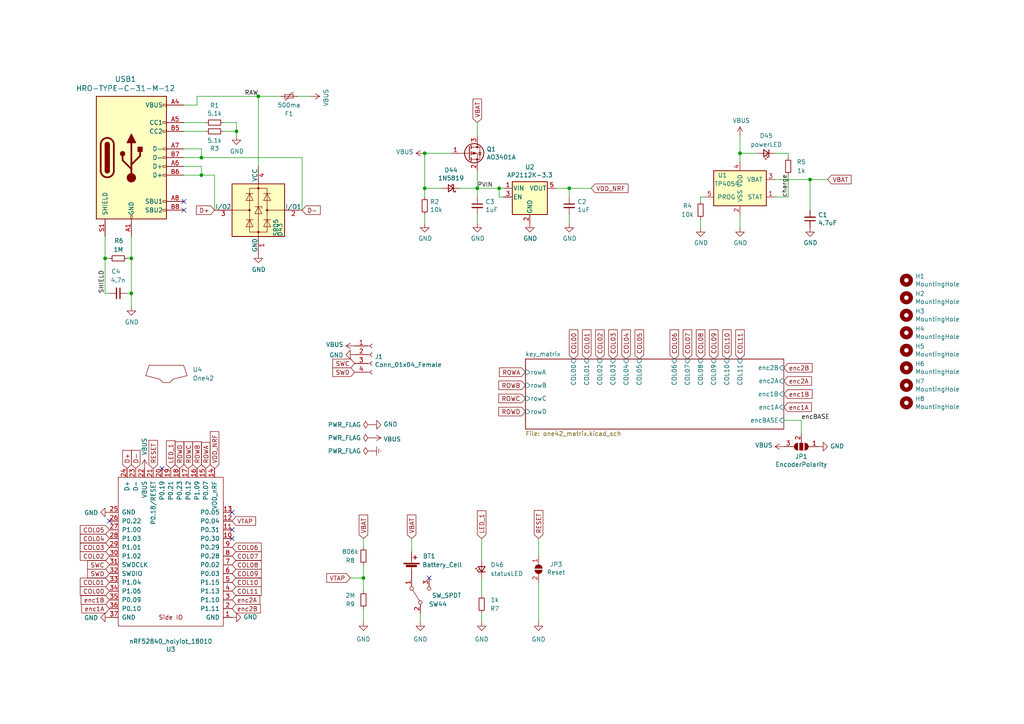
<source format=kicad_sch>
(kicad_sch (version 20210621) (generator eeschema)
  (paper "A4")
  (lib_symbols
    (symbol "Battery_Management:MCP73831-3-OT" (pin_names (offset 1.016))
      (property "Reference" "U" (at -7.62 6.35 0))
      (property "Value" "Battery_Management_MCP73831-3-OT" (at 1.27 6.35 0))
      (symbol "MCP73831-3-OT_1_1"
        (pin output line (at 10.16 -2.54 180) (length 2.54) (name "STAT") (number "1"))
        (pin power_in line (at 0 -7.62 90) (length 2.54) (name "VSS") (number "2"))
        (pin power_out line (at 10.16 2.54 180) (length 2.54) (name "VBAT") (number "3"))
        (pin power_in line (at 0 7.62 270) (length 2.54) (name "VDD") (number "4"))
        (pin input line (at -10.16 -2.54 0) (length 2.54) (name "PROG") (number "5"))
      )
    )
    (symbol "Connector:Conn_01x04_Female" (pin_names (offset 1.016) hide)
      (property "Reference" "J" (at 0 5.08 0))
      (property "Value" "Connector_Conn_01x04_Female" (at 0 -7.62 0))
      (symbol "Conn_01x04_Female_1_1"
        (pin passive line (at -5.08 2.54 0) (length 3.81) (name "Pin_1") (number "1"))
        (pin passive line (at -5.08 0 0) (length 3.81) (name "Pin_2") (number "2"))
        (pin passive line (at -5.08 -2.54 0) (length 3.81) (name "Pin_3") (number "3"))
        (pin passive line (at -5.08 -5.08 0) (length 3.81) (name "Pin_4") (number "4"))
      )
    )
    (symbol "Connector:USB_C_Receptacle_USB2.0" (pin_names (offset 1.016))
      (property "Reference" "J" (at -10.16 19.05 0))
      (property "Value" "USB_C_Receptacle_USB2.0" (at 19.05 19.05 0))
      (symbol "USB_C_Receptacle_USB2.0_1_1"
        (pin passive line (at 0 -22.86 90) (length 5.08) (name "GND") (number "A1"))
        (pin passive line (at 0 -22.86 90) (length 5.08) hide (name "GND") (number "A12"))
        (pin passive line (at 15.24 15.24 180) (length 5.08) (name "VBUS") (number "A4"))
        (pin bidirectional line (at 15.24 10.16 180) (length 5.08) (name "CC1") (number "A5"))
        (pin bidirectional line (at 15.24 -2.54 180) (length 5.08) (name "D+") (number "A6"))
        (pin bidirectional line (at 15.24 2.54 180) (length 5.08) (name "D-") (number "A7"))
        (pin bidirectional line (at 15.24 -12.7 180) (length 5.08) (name "SBU1") (number "A8"))
        (pin passive line (at 15.24 15.24 180) (length 5.08) hide (name "VBUS") (number "A9"))
        (pin passive line (at 0 -22.86 90) (length 5.08) hide (name "GND") (number "B1"))
        (pin passive line (at 0 -22.86 90) (length 5.08) hide (name "GND") (number "B12"))
        (pin passive line (at 15.24 15.24 180) (length 5.08) hide (name "VBUS") (number "B4"))
        (pin bidirectional line (at 15.24 7.62 180) (length 5.08) (name "CC2") (number "B5"))
        (pin bidirectional line (at 15.24 -5.08 180) (length 5.08) (name "D+") (number "B6"))
        (pin bidirectional line (at 15.24 0 180) (length 5.08) (name "D-") (number "B7"))
        (pin bidirectional line (at 15.24 -15.24 180) (length 5.08) (name "SBU2") (number "B8"))
        (pin passive line (at 15.24 15.24 180) (length 5.08) hide (name "VBUS") (number "B9"))
        (pin passive line (at -7.62 -22.86 90) (length 5.08) (name "SHIELD") (number "S1"))
      )
    )
    (symbol "Device:Battery_Cell" (pin_numbers hide) (pin_names (offset 0) hide)
      (property "Reference" "BT" (at 2.54 2.54 0))
      (property "Value" "Device_Battery_Cell" (at 2.54 0 0))
      (symbol "Battery_Cell_1_1"
        (pin passive line (at 0 5.08 270) (length 2.54) (name "+") (number "1"))
        (pin passive line (at 0 -2.54 90) (length 2.54) (name "-") (number "2"))
      )
    )
    (symbol "Device:C_Small" (pin_numbers hide) (pin_names (offset 0.254) hide)
      (property "Reference" "C" (at 0.254 1.778 0))
      (property "Value" "Device_C_Small" (at 0.254 -2.032 0))
      (symbol "C_Small_1_1"
        (pin passive line (at 0 2.54 270) (length 2.032) (name "~") (number "1"))
        (pin passive line (at 0 -2.54 90) (length 2.032) (name "~") (number "2"))
      )
    )
    (symbol "Device:D_Schottky_Small" (pin_numbers hide) (pin_names (offset 0.254) hide)
      (property "Reference" "D" (at -1.27 2.032 0))
      (property "Value" "Device_D_Schottky_Small" (at -7.112 -2.032 0))
      (symbol "D_Schottky_Small_1_1"
        (pin passive line (at -2.54 0 0) (length 1.778) (name "K") (number "1"))
        (pin passive line (at 2.54 0 180) (length 1.778) (name "A") (number "2"))
      )
    )
    (symbol "Device:LED_Small" (pin_numbers hide) (pin_names (offset 0.254) hide)
      (property "Reference" "D" (at -1.27 3.175 0))
      (property "Value" "Device_LED_Small" (at -4.445 -2.54 0))
      (symbol "LED_Small_1_1"
        (pin passive line (at -2.54 0 0) (length 1.778) (name "K") (number "1"))
        (pin passive line (at 2.54 0 180) (length 1.778) (name "A") (number "2"))
      )
    )
    (symbol "Device:Polyfuse_Small" (pin_numbers hide) (pin_names (offset 0))
      (property "Reference" "F" (at -1.905 0 90))
      (property "Value" "Device_Polyfuse_Small" (at 1.905 0 90))
      (symbol "Polyfuse_Small_1_1"
        (pin passive line (at 0 2.54 270) (length 0.635) (name "~") (number "1"))
        (pin passive line (at 0 -2.54 90) (length 0.635) (name "~") (number "2"))
      )
    )
    (symbol "Device:R_Small" (pin_numbers hide) (pin_names (offset 0.254) hide)
      (property "Reference" "R" (at 0.762 0.508 0))
      (property "Value" "R_Small" (at 0.762 -1.016 0))
      (symbol "R_Small_1_1"
        (pin passive line (at 0 2.54 270) (length 0.762) (name "~") (number "1"))
        (pin passive line (at 0 -2.54 90) (length 0.762) (name "~") (number "2"))
      )
    )
    (symbol "Jumper:SolderJumper_2_Open" (pin_names (offset 0) hide)
      (property "Reference" "JP" (at 0 2.032 0))
      (property "Value" "Jumper_SolderJumper_2_Open" (at 0 -2.54 0))
      (symbol "SolderJumper_2_Open_1_1"
        (pin passive line (at -3.81 0 0) (length 2.54) (name "A") (number "1"))
        (pin passive line (at 3.81 0 180) (length 2.54) (name "B") (number "2"))
      )
    )
    (symbol "Jumper:SolderJumper_3_Open" (pin_names (offset 0) hide)
      (property "Reference" "JP" (at -2.54 -2.54 0))
      (property "Value" "Jumper_SolderJumper_3_Open" (at 0 2.794 0))
      (symbol "SolderJumper_3_Open_1_1"
        (pin passive line (at -5.08 0 0) (length 2.54) (name "A") (number "1"))
        (pin input line (at 0 -3.81 90) (length 2.54) (name "C") (number "2"))
        (pin passive line (at 5.08 0 180) (length 2.54) (name "B") (number "3"))
      )
    )
    (symbol "Mechanical:MountingHole" (pin_names (offset 1.016))
      (property "Reference" "H" (at 0 5.08 0))
      (property "Value" "Mechanical_MountingHole" (at 0 3.175 0))
    )
    (symbol "Power_Protection:PRTR5V0U2X" (pin_names (offset 0))
      (property "Reference" "D" (at 2.794 8.636 0))
      (property "Value" "Power_Protection_PRTR5V0U2X" (at 8.128 -9.398 0))
      (symbol "PRTR5V0U2X_1_1"
        (pin passive line (at 0 -12.7 90) (length 5.08) (name "GND") (number "1"))
        (pin passive line (at -12.7 0 0) (length 5.08) (name "I/O1") (number "2"))
        (pin passive line (at 12.7 0 180) (length 5.08) (name "I/O2") (number "3"))
        (pin passive line (at 0 12.7 270) (length 5.08) (name "VCC") (number "4"))
      )
    )
    (symbol "R_Small_1" (pin_numbers hide) (pin_names (offset 0.254) hide)
      (property "Reference" "R" (at 0.762 0.508 0))
      (property "Value" "R_Small_1" (at 0.762 -1.016 0))
      (symbol "R_Small_1_1_1"
        (pin passive line (at 0 2.54 270) (length 0.762) (name "~") (number "1"))
        (pin passive line (at 0 -2.54 90) (length 0.762) (name "~") (number "2"))
      )
    )
    (symbol "R_Small_2" (pin_numbers hide) (pin_names (offset 0.254) hide)
      (property "Reference" "R" (at 0.762 0.508 0))
      (property "Value" "R_Small_2" (at 0.762 -1.016 0))
      (symbol "R_Small_2_1_1"
        (pin passive line (at 0 2.54 270) (length 0.762) (name "~") (number "1"))
        (pin passive line (at 0 -2.54 90) (length 0.762) (name "~") (number "2"))
      )
    )
    (symbol "R_Small_3" (pin_numbers hide) (pin_names (offset 0.254) hide)
      (property "Reference" "R" (at 0.762 0.508 0))
      (property "Value" "R_Small_3" (at 0.762 -1.016 0))
      (symbol "R_Small_3_1_1"
        (pin passive line (at 0 2.54 270) (length 0.762) (name "~") (number "1"))
        (pin passive line (at 0 -2.54 90) (length 0.762) (name "~") (number "2"))
      )
    )
    (symbol "R_Small_4" (pin_numbers hide) (pin_names (offset 0.254) hide)
      (property "Reference" "R" (at 0.762 0.508 0))
      (property "Value" "R_Small_4" (at 0.762 -1.016 0))
      (symbol "R_Small_4_1_1"
        (pin passive line (at 0 2.54 270) (length 0.762) (name "~") (number "1"))
        (pin passive line (at 0 -2.54 90) (length 0.762) (name "~") (number "2"))
      )
    )
    (symbol "R_Small_5" (pin_numbers hide) (pin_names (offset 0.254) hide)
      (property "Reference" "R" (at 0.762 0.508 0))
      (property "Value" "R_Small_5" (at 0.762 -1.016 0))
      (symbol "R_Small_5_1_1"
        (pin passive line (at 0 2.54 270) (length 0.762) (name "~") (number "1"))
        (pin passive line (at 0 -2.54 90) (length 0.762) (name "~") (number "2"))
      )
    )
    (symbol "R_Small_6" (pin_numbers hide) (pin_names (offset 0.254) hide)
      (property "Reference" "R" (at 0.762 0.508 0))
      (property "Value" "R_Small_6" (at 0.762 -1.016 0))
      (symbol "R_Small_6_1_1"
        (pin passive line (at 0 2.54 270) (length 0.762) (name "~") (number "1"))
        (pin passive line (at 0 -2.54 90) (length 0.762) (name "~") (number "2"))
      )
    )
    (symbol "R_Small_7" (pin_numbers hide) (pin_names (offset 0.254) hide)
      (property "Reference" "R" (at 0.762 0.508 0))
      (property "Value" "R_Small_7" (at 0.762 -1.016 0))
      (symbol "R_Small_7_1_1"
        (pin passive line (at 0 2.54 270) (length 0.762) (name "~") (number "1"))
        (pin passive line (at 0 -2.54 90) (length 0.762) (name "~") (number "2"))
      )
    )
    (symbol "R_Small_8" (pin_numbers hide) (pin_names (offset 0.254) hide)
      (property "Reference" "R" (at 0.762 0.508 0))
      (property "Value" "R_Small_8" (at 0.762 -1.016 0))
      (symbol "R_Small_8_1_1"
        (pin passive line (at 0 2.54 270) (length 0.762) (name "~") (number "1"))
        (pin passive line (at 0 -2.54 90) (length 0.762) (name "~") (number "2"))
      )
    )
    (symbol "Regulator_Linear:AP2112K-3.3" (pin_names (offset 0.254))
      (property "Reference" "U" (at -5.08 5.715 0))
      (property "Value" "Regulator_Linear_AP2112K-3.3" (at 0 5.715 0))
      (symbol "AP2112K-3.3_1_1"
        (pin power_in line (at -7.62 2.54 0) (length 2.54) (name "VIN") (number "1"))
        (pin power_in line (at 0 -7.62 90) (length 2.54) (name "GND") (number "2"))
        (pin input line (at -7.62 0 0) (length 2.54) (name "EN") (number "3"))
        (pin no_connect line (at 5.08 0 180) (length 2.54) hide (name "NC") (number "4"))
        (pin power_out line (at 7.62 2.54 180) (length 2.54) (name "VOUT") (number "5"))
      )
    )
    (symbol "Switch:SW_SPDT" (pin_names (offset 0) hide)
      (property "Reference" "SW" (at 0 4.318 0))
      (property "Value" "Switch_SW_SPDT" (at 0 -5.08 0))
      (symbol "SW_SPDT_1_1"
        (pin passive line (at 5.08 2.54 180) (length 2.54) (name "A") (number "1"))
        (pin passive line (at -5.08 0 0) (length 2.54) (name "B") (number "2"))
        (pin passive line (at 5.08 -2.54 180) (length 2.54) (name "C") (number "3"))
      )
    )
    (symbol "Transistor_FET:AO3401A" (pin_names hide)
      (property "Reference" "Q" (at 5.08 1.905 0))
      (property "Value" "Transistor_FET_AO3401A" (at 5.08 0 0))
      (symbol "AO3401A_1_1"
        (pin input line (at -5.08 0 0) (length 2.54) (name "G") (number "1"))
        (pin passive line (at 2.54 -5.08 90) (length 2.54) (name "S") (number "2"))
        (pin passive line (at 2.54 5.08 270) (length 2.54) (name "D") (number "3"))
      )
    )
    (symbol "VBUS_1" (power) (pin_names (offset 0))
      (property "Value" "VBUS_1" (at 0 3.81 0))
      (symbol "VBUS_1_1_1"
        (pin power_in line (at 0 0 90) (length 0) hide (name "VBUS") (number "1"))
      )
    )
    (symbol "VBUS_2" (power) (pin_names (offset 0))
      (property "Value" "VBUS_2" (at 0 3.81 0))
      (symbol "VBUS_2_1_1"
        (pin power_in line (at 0 0 90) (length 0) hide (name "VBUS") (number "1"))
      )
    )
    (symbol "VBUS_3" (power) (pin_names (offset 0))
      (property "Value" "VBUS_3" (at 0 3.81 0))
      (symbol "VBUS_3_1_1"
        (pin power_in line (at 0 0 90) (length 0) hide (name "VBUS") (number "1"))
      )
    )
    (symbol "VBUS_4" (power) (pin_names (offset 0))
      (property "Value" "VBUS_4" (at 0 3.81 0))
      (symbol "VBUS_4_1_1"
        (pin power_in line (at 0 0 90) (length 0) hide (name "VBUS") (number "1"))
      )
    )
    (symbol "VBUS_5" (power) (pin_names (offset 0))
      (property "Value" "VBUS_5" (at 0 3.81 0))
      (symbol "VBUS_5_1_1"
        (pin power_in line (at 0 0 90) (length 0) hide (name "VBUS") (number "1"))
      )
    )
    (symbol "VBUS_6" (power) (pin_names (offset 0))
      (property "Value" "VBUS_6" (at 0 3.81 0))
      (symbol "VBUS_6_1_1"
        (pin power_in line (at 0 0 90) (length 0) hide (name "VBUS") (number "1"))
      )
    )
    (symbol "keebMCU:nRF52840_holyiot_18010" (pin_names (offset 1.016))
      (property "Reference" "U3" (at 0 28.321 0))
      (property "Value" "nRF52840_holyiot_18010" (at 0 26.0096 0))
      (symbol "nRF52840_holyiot_18010_0_0"
        (text "Side IO" (at 0 19.05 0) (effects (font (size 1.27 1.27))))
      )
      (symbol "nRF52840_holyiot_18010_1_1"
        (pin power_in line (at -17.78 19.05 0) (length 2.54) (name "GND") (number "1"))
        (pin bidirectional line (at -17.78 -3.81 0) (length 2.54) (name "P0.30") (number "10"))
        (pin bidirectional line (at -17.78 -6.35 0) (length 2.54) (name "P0.31") (number "11"))
        (pin bidirectional line (at -17.78 -8.89 0) (length 2.54) (name "P0.04") (number "12"))
        (pin bidirectional line (at -17.78 -11.43 0) (length 2.54) (name "P0.05") (number "13"))
        (pin power_in line (at -12.7 -24.13 90) (length 2.54) (name "VDD_nRF") (number "14"))
        (pin bidirectional line (at -10.16 -24.13 90) (length 2.54) (name "P0.07") (number "15"))
        (pin bidirectional line (at -7.62 -24.13 90) (length 2.54) (name "P1.09") (number "16"))
        (pin bidirectional line (at -5.08 -24.13 90) (length 2.54) (name "P0.12") (number "17"))
        (pin bidirectional line (at -2.54 -24.13 90) (length 2.54) (name "P0.23") (number "18"))
        (pin bidirectional line (at 0 -24.13 90) (length 2.54) (name "P0.21") (number "19"))
        (pin bidirectional line (at -17.78 16.51 0) (length 2.54) (name "P1.11") (number "2"))
        (pin bidirectional line (at 2.54 -24.13 90) (length 2.54) (name "P0.19") (number "20"))
        (pin input line (at 5.08 -24.13 90) (length 2.54) (name "P0.18/RESET") (number "21"))
        (pin power_in line (at 7.62 -24.13 90) (length 2.54) (name "VBUS") (number "22"))
        (pin bidirectional line (at 10.16 -24.13 90) (length 2.54) (name "D-") (number "23"))
        (pin bidirectional line (at 12.7 -24.13 90) (length 2.54) (name "D+") (number "24"))
        (pin power_in line (at 17.78 -11.43 180) (length 2.54) (name "GND") (number "25"))
        (pin bidirectional line (at 17.78 -8.89 180) (length 2.54) (name "P0.22") (number "26"))
        (pin bidirectional line (at 17.78 -6.35 180) (length 2.54) (name "P1.00") (number "27"))
        (pin bidirectional line (at 17.78 -3.81 180) (length 2.54) (name "P1.03") (number "28"))
        (pin bidirectional line (at 17.78 -1.27 180) (length 2.54) (name "P1.01") (number "29"))
        (pin bidirectional line (at -17.78 13.97 0) (length 2.54) (name "P1.10") (number "3"))
        (pin bidirectional line (at 17.78 1.27 180) (length 2.54) (name "P1.02") (number "30"))
        (pin bidirectional line (at 17.78 3.81 180) (length 2.54) (name "SWDCLK") (number "31"))
        (pin bidirectional line (at 17.78 6.35 180) (length 2.54) (name "SWDIO") (number "32"))
        (pin bidirectional line (at 17.78 8.89 180) (length 2.54) (name "P1.04") (number "33"))
        (pin bidirectional line (at 17.78 11.43 180) (length 2.54) (name "P1.06") (number "34"))
        (pin bidirectional line (at 17.78 13.97 180) (length 2.54) (name "P0.09") (number "35"))
        (pin bidirectional line (at 17.78 16.51 180) (length 2.54) (name "P0.10") (number "36"))
        (pin power_in line (at 17.78 19.05 180) (length 2.54) (name "GND") (number "37"))
        (pin bidirectional line (at -17.78 11.43 0) (length 2.54) (name "P1.13") (number "4"))
        (pin bidirectional line (at -17.78 8.89 0) (length 2.54) (name "P1.15") (number "5"))
        (pin bidirectional line (at -17.78 6.35 0) (length 2.54) (name "P0.03") (number "6"))
        (pin bidirectional line (at -17.78 3.81 0) (length 2.54) (name "P0.02") (number "7"))
        (pin bidirectional line (at -17.78 1.27 0) (length 2.54) (name "P0.28") (number "8"))
        (pin bidirectional line (at -17.78 -1.27 0) (length 2.54) (name "P0.29") (number "9"))
      )
    )
    (symbol "one42:One42"
      (property "Reference" "U" (at 0 -2 0))
      (property "Value" "One42" (at 0 0 0))
    )
    (symbol "power:Earth" (power) (pin_names (offset 0))
      (symbol "Earth_1_1"
        (pin power_in line (at 0 0 270) (length 0) hide (name "Earth") (number "1"))
      )
    )
    (symbol "power:GND" (power) (pin_names (offset 0))
      (property "Value" "GND" (at 0 -3.81 0))
      (symbol "GND_1_1"
        (pin power_in line (at 0 0 270) (length 0) hide (name "GND") (number "1"))
      )
    )
    (symbol "power:PWR_FLAG" (power) (pin_numbers hide) (pin_names (offset 0) hide)
      (property "Value" "power_PWR_FLAG" (at 0 3.81 0))
      (symbol "PWR_FLAG_0_0"
        (pin power_out line (at 0 0 90) (length 0) (name "pwr") (number "1"))
      )
    )
    (symbol "power:VBUS" (power) (pin_names (offset 0))
      (property "Value" "VBUS" (at 0 3.81 0))
      (symbol "VBUS_1_1"
        (pin power_in line (at 0 0 90) (length 0) hide (name "VBUS") (number "1"))
      )
    )
  )
  (junction (at 30.48 74.93))
  (junction (at 38.1 74.93))
  (junction (at 38.1 85.09))
  (junction (at 58.42 45.72))
  (junction (at 58.42 50.8))
  (junction (at 68.58 38.1))
  (junction (at 74.93 27.94))
  (junction (at 105.41 167.64))
  (junction (at 123.19 44.45))
  (junction (at 123.19 54.61))
  (junction (at 138.43 54.61))
  (junction (at 144.78 54.61))
  (junction (at 165.1 54.61))
  (junction (at 214.63 44.45))
  (junction (at 234.95 52.07))
  (no_connect (at 31.75 151.13))
  (no_connect (at 46.99 135.89))
  (no_connect (at 53.34 58.42))
  (no_connect (at 53.34 60.96))
  (no_connect (at 67.31 148.59))
  (no_connect (at 67.31 153.67))
  (no_connect (at 67.31 156.21))
  (no_connect (at 124.46 167.64))
  (wire (pts (xy 30.48 68.58) (xy 30.48 74.93)))
  (wire (pts (xy 30.48 74.93) (xy 30.48 85.09)))
  (wire (pts (xy 30.48 74.93) (xy 31.75 74.93)))
  (wire (pts (xy 30.48 85.09) (xy 31.75 85.09)))
  (wire (pts (xy 36.83 74.93) (xy 38.1 74.93)))
  (wire (pts (xy 36.83 85.09) (xy 38.1 85.09)))
  (wire (pts (xy 38.1 68.58) (xy 38.1 74.93)))
  (wire (pts (xy 38.1 74.93) (xy 38.1 85.09)))
  (wire (pts (xy 38.1 85.09) (xy 38.1 88.9)))
  (wire (pts (xy 53.34 30.48) (xy 57.15 30.48)))
  (wire (pts (xy 53.34 43.18) (xy 58.42 43.18)))
  (wire (pts (xy 53.34 48.26) (xy 58.42 48.26)))
  (wire (pts (xy 57.15 27.94) (xy 74.93 27.94)))
  (wire (pts (xy 57.15 30.48) (xy 57.15 27.94)))
  (wire (pts (xy 58.42 43.18) (xy 58.42 45.72)))
  (wire (pts (xy 58.42 45.72) (xy 53.34 45.72)))
  (wire (pts (xy 58.42 45.72) (xy 87.63 45.72)))
  (wire (pts (xy 58.42 48.26) (xy 58.42 50.8)))
  (wire (pts (xy 58.42 50.8) (xy 53.34 50.8)))
  (wire (pts (xy 58.42 50.8) (xy 62.23 50.8)))
  (wire (pts (xy 59.69 35.56) (xy 53.34 35.56)))
  (wire (pts (xy 59.69 38.1) (xy 53.34 38.1)))
  (wire (pts (xy 62.23 50.8) (xy 62.23 60.96)))
  (wire (pts (xy 64.77 35.56) (xy 68.58 35.56)))
  (wire (pts (xy 64.77 38.1) (xy 68.58 38.1)))
  (wire (pts (xy 68.58 35.56) (xy 68.58 38.1)))
  (wire (pts (xy 68.58 38.1) (xy 68.58 39.37)))
  (wire (pts (xy 74.93 27.94) (xy 74.93 48.26)))
  (wire (pts (xy 74.93 27.94) (xy 81.28 27.94)))
  (wire (pts (xy 86.36 27.94) (xy 90.17 27.94)))
  (wire (pts (xy 87.63 45.72) (xy 87.63 60.96)))
  (wire (pts (xy 101.6 167.64) (xy 105.41 167.64)))
  (wire (pts (xy 105.41 158.75) (xy 105.41 156.21)))
  (wire (pts (xy 105.41 163.83) (xy 105.41 167.64)))
  (wire (pts (xy 105.41 167.64) (xy 105.41 171.45)))
  (wire (pts (xy 105.41 176.53) (xy 105.41 180.34)))
  (wire (pts (xy 119.38 160.02) (xy 119.38 156.21)))
  (wire (pts (xy 121.92 177.8) (xy 121.92 180.34)))
  (wire (pts (xy 123.19 44.45) (xy 123.19 54.61)))
  (wire (pts (xy 123.19 44.45) (xy 130.81 44.45)))
  (wire (pts (xy 123.19 57.15) (xy 123.19 54.61)))
  (wire (pts (xy 123.19 64.77) (xy 123.19 62.23)))
  (wire (pts (xy 128.27 54.61) (xy 123.19 54.61)))
  (wire (pts (xy 133.35 54.61) (xy 138.43 54.61)))
  (wire (pts (xy 138.43 35.56) (xy 138.43 39.37)))
  (wire (pts (xy 138.43 49.53) (xy 138.43 54.61)))
  (wire (pts (xy 138.43 54.61) (xy 144.78 54.61)))
  (wire (pts (xy 138.43 57.15) (xy 138.43 54.61)))
  (wire (pts (xy 138.43 62.23) (xy 138.43 64.77)))
  (wire (pts (xy 139.7 156.21) (xy 139.7 162.56)))
  (wire (pts (xy 139.7 167.64) (xy 139.7 172.72)))
  (wire (pts (xy 139.7 177.8) (xy 139.7 180.34)))
  (wire (pts (xy 144.78 54.61) (xy 146.05 54.61)))
  (wire (pts (xy 144.78 57.15) (xy 144.78 54.61)))
  (wire (pts (xy 146.05 57.15) (xy 144.78 57.15)))
  (wire (pts (xy 156.21 156.21) (xy 156.21 161.29)))
  (wire (pts (xy 156.21 168.91) (xy 156.21 180.34)))
  (wire (pts (xy 161.29 54.61) (xy 165.1 54.61)))
  (wire (pts (xy 165.1 54.61) (xy 171.45 54.61)))
  (wire (pts (xy 165.1 57.15) (xy 165.1 54.61)))
  (wire (pts (xy 165.1 62.23) (xy 165.1 64.77)))
  (wire (pts (xy 203.2 57.15) (xy 204.47 57.15)))
  (wire (pts (xy 203.2 58.42) (xy 203.2 57.15)))
  (wire (pts (xy 203.2 63.5) (xy 203.2 66.04)))
  (wire (pts (xy 214.63 39.37) (xy 214.63 44.45)))
  (wire (pts (xy 214.63 44.45) (xy 214.63 46.99)))
  (wire (pts (xy 214.63 44.45) (xy 219.71 44.45)))
  (wire (pts (xy 214.63 62.23) (xy 214.63 66.04)))
  (wire (pts (xy 224.79 52.07) (xy 234.95 52.07)))
  (wire (pts (xy 224.79 57.15) (xy 228.6 57.15)))
  (wire (pts (xy 228.6 44.45) (xy 224.79 44.45)))
  (wire (pts (xy 228.6 45.72) (xy 228.6 44.45)))
  (wire (pts (xy 228.6 50.8) (xy 228.6 57.15)))
  (wire (pts (xy 232.41 121.92) (xy 227.33 121.92)))
  (wire (pts (xy 232.41 125.73) (xy 232.41 121.92)))
  (wire (pts (xy 234.95 52.07) (xy 234.95 60.96)))
  (wire (pts (xy 234.95 52.07) (xy 240.03 52.07)))
  (label "SHIELD" (at 30.48 85.09 90))
  (label "RAW" (at 74.93 27.94 180))
  (label "PVIN" (at 138.43 54.61 0))
  (label "charge" (at 228.6 57.15 90))
  (label "encBASE" (at 232.41 121.92 0))
  (global_label "COL05" (shape input) (at 31.75 153.67 180) (property "Intersheet References" "${INTERSHEET_REFS}" (effects hide)))
  (global_label "COL04" (shape input) (at 31.75 156.21 180) (property "Intersheet References" "${INTERSHEET_REFS}" (effects hide)))
  (global_label "COL03" (shape input) (at 31.75 158.75 180) (property "Intersheet References" "${INTERSHEET_REFS}" (effects hide)))
  (global_label "COL02" (shape input) (at 31.75 161.29 180) (property "Intersheet References" "${INTERSHEET_REFS}" (effects hide)))
  (global_label "SWC" (shape input) (at 31.75 163.83 180) (property "Intersheet References" "${INTERSHEET_REFS}" (effects hide)))
  (global_label "SWD" (shape input) (at 31.75 166.37 180) (property "Intersheet References" "${INTERSHEET_REFS}" (effects hide)))
  (global_label "COL01" (shape input) (at 31.75 168.91 180) (property "Intersheet References" "${INTERSHEET_REFS}" (effects hide)))
  (global_label "COL00" (shape input) (at 31.75 171.45 180) (property "Intersheet References" "${INTERSHEET_REFS}" (effects hide)))
  (global_label "enc1B" (shape input) (at 31.75 173.99 180) (property "Intersheet References" "${INTERSHEET_REFS}" (effects hide)))
  (global_label "enc1A" (shape input) (at 31.75 176.53 180) (property "Intersheet References" "${INTERSHEET_REFS}" (effects hide)))
  (global_label "D+" (shape input) (at 36.83 135.89 90) (property "Intersheet References" "${INTERSHEET_REFS}" (effects hide)))
  (global_label "D-" (shape input) (at 39.37 135.89 90) (property "Intersheet References" "${INTERSHEET_REFS}" (effects hide)))
  (global_label "RESET" (shape input) (at 44.45 135.89 90) (property "Intersheet References" "${INTERSHEET_REFS}" (effects hide)))
  (global_label "LED_1" (shape input) (at 49.53 135.89 90) (property "Intersheet References" "${INTERSHEET_REFS}" (effects hide)))
  (global_label "ROWD" (shape input) (at 52.07 135.89 90) (property "Intersheet References" "${INTERSHEET_REFS}" (effects hide)))
  (global_label "ROWC" (shape input) (at 54.61 135.89 90) (property "Intersheet References" "${INTERSHEET_REFS}" (effects hide)))
  (global_label "ROWB" (shape input) (at 57.15 135.89 90) (property "Intersheet References" "${INTERSHEET_REFS}" (effects hide)))
  (global_label "ROWA" (shape input) (at 59.69 135.89 90) (property "Intersheet References" "${INTERSHEET_REFS}" (effects hide)))
  (global_label "D+" (shape input) (at 62.23 60.96 180) (property "Intersheet References" "${INTERSHEET_REFS}" (effects hide)))
  (global_label "VDD_NRF" (shape input) (at 62.23 135.89 90) (property "Intersheet References" "${INTERSHEET_REFS}" (effects hide)))
  (global_label "VTAP" (shape input) (at 67.31 151.13 0) (property "Intersheet References" "${INTERSHEET_REFS}" (effects hide)))
  (global_label "COL06" (shape input) (at 67.31 158.75 0) (property "Intersheet References" "${INTERSHEET_REFS}" (effects hide)))
  (global_label "COL07" (shape input) (at 67.31 161.29 0) (property "Intersheet References" "${INTERSHEET_REFS}" (effects hide)))
  (global_label "COL08" (shape input) (at 67.31 163.83 0) (property "Intersheet References" "${INTERSHEET_REFS}" (effects hide)))
  (global_label "COL09" (shape input) (at 67.31 166.37 0) (property "Intersheet References" "${INTERSHEET_REFS}" (effects hide)))
  (global_label "COL10" (shape input) (at 67.31 168.91 0) (property "Intersheet References" "${INTERSHEET_REFS}" (effects hide)))
  (global_label "COL11" (shape input) (at 67.31 171.45 0) (property "Intersheet References" "${INTERSHEET_REFS}" (effects hide)))
  (global_label "enc2A" (shape input) (at 67.31 173.99 0) (property "Intersheet References" "${INTERSHEET_REFS}" (effects hide)))
  (global_label "enc2B" (shape input) (at 67.31 176.53 0) (property "Intersheet References" "${INTERSHEET_REFS}" (effects hide)))
  (global_label "D-" (shape input) (at 87.63 60.96 0) (property "Intersheet References" "${INTERSHEET_REFS}" (effects hide)))
  (global_label "VTAP" (shape input) (at 101.6 167.64 180) (property "Intersheet References" "${INTERSHEET_REFS}" (effects hide)))
  (global_label "SWC" (shape input) (at 102.87 105.41 180) (property "Intersheet References" "${INTERSHEET_REFS}" (effects hide)))
  (global_label "SWD" (shape input) (at 102.87 107.95 180) (property "Intersheet References" "${INTERSHEET_REFS}" (effects hide)))
  (global_label "VBAT" (shape input) (at 105.41 156.21 90) (property "Intersheet References" "${INTERSHEET_REFS}" (effects hide)))
  (global_label "VBAT" (shape input) (at 119.38 156.21 90) (property "Intersheet References" "${INTERSHEET_REFS}" (effects hide)))
  (global_label "VBAT" (shape input) (at 138.43 35.56 90) (property "Intersheet References" "${INTERSHEET_REFS}" (effects hide)))
  (global_label "LED_1" (shape input) (at 139.7 156.21 90) (property "Intersheet References" "${INTERSHEET_REFS}" (effects hide)))
  (global_label "ROWA" (shape input) (at 152.4 107.95 180) (property "Intersheet References" "${INTERSHEET_REFS}" (effects hide)))
  (global_label "ROWB" (shape input) (at 152.4 111.76 180) (property "Intersheet References" "${INTERSHEET_REFS}" (effects hide)))
  (global_label "ROWC" (shape input) (at 152.4 115.57 180) (property "Intersheet References" "${INTERSHEET_REFS}" (effects hide)))
  (global_label "ROWD" (shape input) (at 152.4 119.38 180) (property "Intersheet References" "${INTERSHEET_REFS}" (effects hide)))
  (global_label "RESET" (shape input) (at 156.21 156.21 90) (property "Intersheet References" "${INTERSHEET_REFS}" (effects hide)))
  (global_label "COL00" (shape input) (at 166.37 104.14 90) (property "Intersheet References" "${INTERSHEET_REFS}" (effects hide)))
  (global_label "COL01" (shape input) (at 170.18 104.14 90) (property "Intersheet References" "${INTERSHEET_REFS}" (effects hide)))
  (global_label "VDD_NRF" (shape input) (at 171.45 54.61 0) (property "Intersheet References" "${INTERSHEET_REFS}" (effects hide)))
  (global_label "COL02" (shape input) (at 173.99 104.14 90) (property "Intersheet References" "${INTERSHEET_REFS}" (effects hide)))
  (global_label "COL03" (shape input) (at 177.8 104.14 90) (property "Intersheet References" "${INTERSHEET_REFS}" (effects hide)))
  (global_label "COL04" (shape input) (at 181.61 104.14 90) (property "Intersheet References" "${INTERSHEET_REFS}" (effects hide)))
  (global_label "COL05" (shape input) (at 185.42 104.14 90) (property "Intersheet References" "${INTERSHEET_REFS}" (effects hide)))
  (global_label "COL06" (shape input) (at 195.58 104.14 90) (property "Intersheet References" "${INTERSHEET_REFS}" (effects hide)))
  (global_label "COL07" (shape input) (at 199.39 104.14 90) (property "Intersheet References" "${INTERSHEET_REFS}" (effects hide)))
  (global_label "COL08" (shape input) (at 203.2 104.14 90) (property "Intersheet References" "${INTERSHEET_REFS}" (effects hide)))
  (global_label "COL09" (shape input) (at 207.01 104.14 90) (property "Intersheet References" "${INTERSHEET_REFS}" (effects hide)))
  (global_label "COL10" (shape input) (at 210.82 104.14 90) (property "Intersheet References" "${INTERSHEET_REFS}" (effects hide)))
  (global_label "COL11" (shape input) (at 214.63 104.14 90) (property "Intersheet References" "${INTERSHEET_REFS}" (effects hide)))
  (global_label "enc2B" (shape input) (at 227.33 106.68 0) (property "Intersheet References" "${INTERSHEET_REFS}" (effects hide)))
  (global_label "enc2A" (shape input) (at 227.33 110.49 0) (property "Intersheet References" "${INTERSHEET_REFS}" (effects hide)))
  (global_label "enc1B" (shape input) (at 227.33 114.3 0) (property "Intersheet References" "${INTERSHEET_REFS}" (effects hide)))
  (global_label "enc1A" (shape input) (at 227.33 118.11 0) (property "Intersheet References" "${INTERSHEET_REFS}" (effects hide)))
  (global_label "VBAT" (shape input) (at 240.03 52.07 0) (property "Intersheet References" "${INTERSHEET_REFS}" (effects hide)))
  (symbol (lib_name "VBUS_1") (lib_id "power:VBUS") (at 41.91 135.89 0) (unit 1)
    (property "Reference" "#PWR0102" (effects hide))
    (property "Value" "VBUS" (at 41.91 129.54 90))
  )
  (symbol (lib_name "VBUS_4") (lib_id "power:VBUS") (at 90.17 27.94 270) (unit 1)
    (property "Reference" "#PWR02" (effects hide))
    (property "Value" "VBUS" (at 94.5642 28.321 0))
  )
  (symbol (lib_name "VBUS_3") (lib_id "power:VBUS") (at 102.87 100.33 90) (unit 1)
    (property "Reference" "#PWR020" (effects hide))
    (property "Value" "VBUS" (at 99.6442 99.949 90) (effects (justify left)))
  )
  (symbol (lib_name "VBUS_2") (lib_id "power:VBUS") (at 107.95 127 270) (unit 1)
    (property "Reference" "#PWR0104" (effects hide))
    (property "Value" "VBUS" (at 111.2012 127.381 90) (effects (justify left)))
  )
  (symbol (lib_name "VBUS_5") (lib_id "power:VBUS") (at 123.19 44.45 90) (unit 1)
    (property "Reference" "#PWR04" (effects hide))
    (property "Value" "VBUS" (at 119.9642 44.069 90) (effects (justify left)))
  )
  (symbol (lib_id "power:VBUS") (at 214.63 39.37 0) (unit 1)
    (property "Reference" "#PWR07" (effects hide))
    (property "Value" "VBUS" (at 215.011 34.9758 0))
  )
  (symbol (lib_name "VBUS_6") (lib_id "power:VBUS") (at 227.33 129.54 90) (unit 1)
    (property "Reference" "#PWR026" (effects hide))
    (property "Value" "VBUS" (at 224.1042 129.159 90) (effects (justify left)))
  )
  (symbol (lib_id "power:PWR_FLAG") (at 107.95 123.19 90) (unit 1)
    (property "Reference" "#FLG0102" (effects hide))
    (property "Value" "PWR_FLAG" (at 104.7242 123.19 90) (effects (justify left)))
  )
  (symbol (lib_id "power:PWR_FLAG") (at 107.95 127 90) (unit 1)
    (property "Reference" "#FLG0101" (effects hide))
    (property "Value" "PWR_FLAG" (at 104.7242 127 90) (effects (justify left)))
  )
  (symbol (lib_id "power:PWR_FLAG") (at 107.95 130.81 90) (unit 1)
    (property "Reference" "#FLG0103" (effects hide))
    (property "Value" "PWR_FLAG" (at 104.7242 130.81 90) (effects (justify left)))
  )
  (symbol (lib_id "power:GND") (at 31.75 148.59 270) (unit 1)
    (property "Reference" "#PWR019" (effects hide))
    (property "Value" "GND" (at 28.4988 148.717 90) (effects (justify right)))
  )
  (symbol (lib_id "power:GND") (at 31.75 179.07 270) (unit 1)
    (property "Reference" "#PWR022" (effects hide))
    (property "Value" "GND" (at 28.4988 179.197 90) (effects (justify right)))
  )
  (symbol (lib_id "power:GND") (at 38.1 88.9 0) (unit 1)
    (property "Reference" "#PWR011" (effects hide))
    (property "Value" "GND" (at 38.227 93.4212 0))
  )
  (symbol (lib_id "power:GND") (at 67.31 179.07 90) (unit 1)
    (property "Reference" "#PWR023" (effects hide))
    (property "Value" "GND" (at 70.5612 178.943 90) (effects (justify right)))
  )
  (symbol (lib_id "power:GND") (at 68.58 39.37 0) (unit 1)
    (property "Reference" "#PWR03" (effects hide))
    (property "Value" "GND" (at 68.707 43.8912 0))
  )
  (symbol (lib_id "power:GND") (at 74.93 73.66 0) (unit 1)
    (property "Reference" "#PWR05" (effects hide))
    (property "Value" "GND" (at 75.057 78.1812 0))
  )
  (symbol (lib_id "power:GND") (at 102.87 102.87 270) (unit 1)
    (property "Reference" "#PWR021" (effects hide))
    (property "Value" "GND" (at 99.6188 102.997 90) (effects (justify right)))
  )
  (symbol (lib_id "power:GND") (at 105.41 180.34 0) (unit 1)
    (property "Reference" "#PWR0106" (effects hide))
    (property "Value" "GND" (at 105.41 185.42 0))
  )
  (symbol (lib_id "power:GND") (at 107.95 123.19 90) (unit 1)
    (property "Reference" "#PWR0101" (effects hide))
    (property "Value" "GND" (at 111.2012 123.063 90) (effects (justify right)))
  )
  (symbol (lib_id "power:Earth") (at 107.95 130.81 90) (unit 1)
    (property "Reference" "#PWR0105" (effects hide))
    (property "Value" "Earth" (effects hide))
  )
  (symbol (lib_id "power:GND") (at 121.92 180.34 0) (unit 1)
    (property "Reference" "#PWR0107" (effects hide))
    (property "Value" "GND" (at 121.92 185.42 0))
  )
  (symbol (lib_id "power:GND") (at 123.19 64.77 0) (unit 1)
    (property "Reference" "#PWR010" (effects hide))
    (property "Value" "GND" (at 123.317 69.1642 0))
  )
  (symbol (lib_id "power:GND") (at 138.43 64.77 0) (unit 1)
    (property "Reference" "#PWR013" (effects hide))
    (property "Value" "GND" (at 138.557 69.1642 0))
  )
  (symbol (lib_id "power:GND") (at 139.7 180.34 0) (unit 1)
    (property "Reference" "#PWR01" (effects hide))
    (property "Value" "GND" (at 139.7 185.42 0))
  )
  (symbol (lib_id "power:GND") (at 153.67 64.77 0) (unit 1)
    (property "Reference" "#PWR014" (effects hide))
    (property "Value" "GND" (at 153.797 69.1642 0))
  )
  (symbol (lib_id "power:GND") (at 156.21 180.34 0) (unit 1)
    (property "Reference" "#PWR08" (effects hide))
    (property "Value" "GND" (at 156.21 185.42 0))
  )
  (symbol (lib_id "power:GND") (at 165.1 64.77 0) (unit 1)
    (property "Reference" "#PWR012" (effects hide))
    (property "Value" "GND" (at 165.227 69.1642 0))
  )
  (symbol (lib_id "power:GND") (at 203.2 66.04 0) (unit 1)
    (property "Reference" "#PWR0108" (effects hide))
    (property "Value" "GND" (at 203.327 70.4342 0))
  )
  (symbol (lib_id "power:GND") (at 214.63 66.04 0) (unit 1)
    (property "Reference" "#PWR015" (effects hide))
    (property "Value" "GND" (at 214.757 70.4342 0))
  )
  (symbol (lib_id "power:GND") (at 234.95 66.04 0) (unit 1)
    (property "Reference" "#PWR06" (effects hide))
    (property "Value" "GND" (at 235.077 70.4342 0))
  )
  (symbol (lib_id "power:GND") (at 237.49 129.54 90) (unit 1)
    (property "Reference" "#PWR027" (effects hide))
    (property "Value" "GND" (at 240.7412 129.413 90) (effects (justify right)))
  )
  (symbol (lib_name "R_Small_1") (lib_id "Device:R_Small") (at 34.29 74.93 270) (unit 1)
    (property "Reference" "R6" (at 33.1216 69.85 90) (effects (justify left)))
    (property "Value" "1M" (at 32.893 72.39 90) (effects (justify left)))
    (property "Footprint" "Resistor_SMD:R_0805_2012Metric" (effects hide))
    (property "JLC" "0805" (effects hide))
    (property "LCSC" "C17514" (effects hide))
  )
  (symbol (lib_name "R_Small_3") (lib_id "Device:R_Small") (at 62.23 35.56 270) (unit 1)
    (property "Reference" "R1" (at 62.23 30.5816 90))
    (property "Value" "5.1k" (at 62.23 32.893 90))
    (property "Footprint" "Resistor_SMD:R_0805_2012Metric" (effects hide))
    (property "JLC" "0805" (effects hide))
    (property "LCSC" "C27834" (effects hide))
  )
  (symbol (lib_name "R_Small_2") (lib_id "Device:R_Small") (at 62.23 38.1 90) (unit 1)
    (property "Reference" "R3" (at 62.23 43.0784 90))
    (property "Value" "5.1k" (at 62.23 40.767 90))
    (property "Footprint" "Resistor_SMD:R_0805_2012Metric" (effects hide))
    (property "JLC" "0805" (effects hide))
    (property "LCSC" "C27834" (effects hide))
  )
  (symbol (lib_name "R_Small_5") (lib_id "Device:R_Small") (at 105.41 161.29 180) (unit 1)
    (property "Reference" "R8" (at 101.6 162.56 0))
    (property "Value" "806k" (at 101.6 160.02 0))
    (property "Footprint" "Resistor_SMD:R_0805_2012Metric" (effects hide))
    (property "JLC" "0805" (effects hide))
    (property "LCSC" "C63494" (effects hide))
  )
  (symbol (lib_name "R_Small_4") (lib_id "Device:R_Small") (at 105.41 173.99 180) (unit 1)
    (property "Reference" "R9" (at 101.6 175.26 0))
    (property "Value" "2M" (at 101.6 172.72 0))
    (property "Footprint" "Resistor_SMD:R_0805_2012Metric" (effects hide))
    (property "JLC" "0805" (effects hide))
    (property "LCSC" "C26112" (effects hide))
  )
  (symbol (lib_name "R_Small_7") (lib_id "Device:R_Small") (at 123.19 59.69 0) (unit 1)
    (property "Reference" "R2" (at 124.6886 58.5216 0) (effects (justify left)))
    (property "Value" "10k" (at 124.6886 60.833 0) (effects (justify left)))
    (property "Footprint" "Resistor_SMD:R_0805_2012Metric" (effects hide))
    (property "JLC" "0805" (effects hide))
    (property "LCSC" "C17414" (effects hide))
  )
  (symbol (lib_name "R_Small_6") (lib_id "Device:R_Small") (at 139.7 175.26 0) (unit 1)
    (property "Reference" "R7" (at 143.51 176.53 0))
    (property "Value" "1k" (at 143.51 173.99 0))
    (property "Footprint" "Resistor_SMD:R_0805_2012Metric" (effects hide))
    (property "JLC" "0805" (effects hide))
    (property "LCSC" "C17513" (effects hide))
  )
  (symbol (lib_name "R_Small_8") (lib_id "Device:R_Small") (at 203.2 60.96 0) (unit 1)
    (property "Reference" "R4" (at 199.39 59.69 0))
    (property "Value" "10k" (at 199.39 62.23 0))
    (property "Footprint" "Resistor_SMD:R_0805_2012Metric" (effects hide))
    (property "JLC" "0805" (effects hide))
    (property "LCSC" "C17414" (effects hide))
  )
  (symbol (lib_id "Device:R_Small") (at 228.6 48.26 0) (unit 1)
    (property "Reference" "R5" (at 232.41 46.99 0))
    (property "Value" "1k" (at 232.41 49.53 0))
    (property "Footprint" "Resistor_SMD:R_0805_2012Metric" (effects hide))
    (property "JLC" "0805" (effects hide))
    (property "LCSC" "C17513" (effects hide))
  )
  (symbol (lib_id "Device:Polyfuse_Small") (at 83.82 27.94 270) (unit 1)
    (property "Reference" "F1" (at 83.82 33.02 90))
    (property "Value" "500ma" (at 83.82 30.48 90))
    (property "Footprint" "Fuse:Fuse_1206_3216Metric" (effects hide))
    (property "JLC" "1206" (effects hide))
    (property "LCSC" "C70068" (effects hide))
  )
  (symbol (lib_id "Device:D_Schottky_Small") (at 130.81 54.61 180) (unit 1)
    (property "Reference" "D44" (at 130.81 49.3522 0))
    (property "Value" "1N5819" (at 130.81 51.6636 0))
    (property "Footprint" "Diode_SMD:D_SOD-123" (effects hide))
    (property "JLC" "SOD-123" (effects hide))
    (property "LCSC" "C369930" (effects hide))
  )
  (symbol (lib_id "Mechanical:MountingHole") (at 262.89 81.28 0) (unit 1)
    (property "Reference" "H1" (at 265.43 80.1116 0) (effects (justify left)))
    (property "Value" "MountingHole" (at 265.43 82.423 0) (effects (justify left)))
    (property "Footprint" "MountingHole:MountingHole_2.2mm_M2_Pad" (effects hide))
  )
  (symbol (lib_id "Mechanical:MountingHole") (at 262.89 86.36 0) (unit 1)
    (property "Reference" "H2" (at 265.43 85.1916 0) (effects (justify left)))
    (property "Value" "MountingHole" (at 265.43 87.503 0) (effects (justify left)))
    (property "Footprint" "MountingHole:MountingHole_2.2mm_M2_Pad" (effects hide))
  )
  (symbol (lib_id "Mechanical:MountingHole") (at 262.89 91.44 0) (unit 1)
    (property "Reference" "H3" (at 265.43 90.2716 0) (effects (justify left)))
    (property "Value" "MountingHole" (at 265.43 92.583 0) (effects (justify left)))
    (property "Footprint" "MountingHole:MountingHole_2.2mm_M2_Pad" (effects hide))
  )
  (symbol (lib_id "Mechanical:MountingHole") (at 262.89 96.52 0) (unit 1)
    (property "Reference" "H4" (at 265.43 95.3516 0) (effects (justify left)))
    (property "Value" "MountingHole" (at 265.43 97.663 0) (effects (justify left)))
    (property "Footprint" "MountingHole:MountingHole_2.2mm_M2_Pad" (effects hide))
  )
  (symbol (lib_id "Mechanical:MountingHole") (at 262.89 101.6 0) (unit 1)
    (property "Reference" "H5" (at 265.43 100.4316 0) (effects (justify left)))
    (property "Value" "MountingHole" (at 265.43 102.743 0) (effects (justify left)))
    (property "Footprint" "MountingHole:MountingHole_2.2mm_M2_Pad" (effects hide))
  )
  (symbol (lib_id "Mechanical:MountingHole") (at 262.89 106.68 0) (unit 1)
    (property "Reference" "H6" (at 265.43 105.5116 0) (effects (justify left)))
    (property "Value" "MountingHole" (at 265.43 107.823 0) (effects (justify left)))
    (property "Footprint" "MountingHole:MountingHole_2.2mm_M2_Pad" (effects hide))
  )
  (symbol (lib_id "Mechanical:MountingHole") (at 262.89 111.76 0) (unit 1)
    (property "Reference" "H7" (at 265.43 110.5916 0) (effects (justify left)))
    (property "Value" "MountingHole" (at 265.43 112.903 0) (effects (justify left)))
    (property "Footprint" "MountingHole:MountingHole_2.2mm_M2_Pad" (effects hide))
  )
  (symbol (lib_id "Mechanical:MountingHole") (at 262.89 116.84 0) (unit 1)
    (property "Reference" "H8" (at 265.43 115.6716 0) (effects (justify left)))
    (property "Value" "MountingHole" (at 265.43 117.983 0) (effects (justify left)))
    (property "Footprint" "MountingHole:MountingHole_2.2mm_M2_Pad" (effects hide))
  )
  (symbol (lib_id "Device:LED_Small") (at 139.7 165.1 90) (unit 1)
    (property "Reference" "D46" (at 142.24 163.83 90) (effects (justify right)))
    (property "Value" "statusLED" (at 142.24 166.37 90) (effects (justify right)))
    (property "Footprint" "Diode_SMD:D_0805_2012Metric" (effects hide))
    (property "JLC" "0805" (effects hide))
    (property "LCSC" "C99870" (effects hide))
  )
  (symbol (lib_id "Device:LED_Small") (at 222.25 44.45 180) (unit 1)
    (property "Reference" "D45" (at 222.25 39.37 0))
    (property "Value" "powerLED" (at 222.25 41.91 0))
    (property "Footprint" "Diode_SMD:D_0805_2012Metric" (effects hide))
    (property "JLC" "0805" (effects hide))
    (property "LCSC" "C264422" (effects hide))
  )
  (symbol (lib_id "Jumper:SolderJumper_2_Open") (at 156.21 165.1 270) (unit 1)
    (property "Reference" "JP3" (at 161.29 163.703 90))
    (property "Value" "Reset" (at 161.29 166.0144 90))
    (property "Footprint" "Jumper:SolderJumper-2_P1.3mm_Open_RoundedPad1.0x1.5mm" (effects hide))
  )
  (symbol (lib_id "Device:C_Small") (at 34.29 85.09 270) (unit 1)
    (property "Reference" "C4" (at 32.2834 78.74 90) (effects (justify left)))
    (property "Value" "4.7n" (at 32.0548 81.28 90) (effects (justify left)))
    (property "Footprint" "Capacitor_SMD:C_1206_3216Metric" (effects hide))
    (property "JLC" "C1206" (effects hide))
    (property "LCSC" "C107198" (effects hide))
  )
  (symbol (lib_id "Device:C_Small") (at 138.43 59.69 0) (unit 1)
    (property "Reference" "C3" (at 140.7668 58.5216 0) (effects (justify left)))
    (property "Value" "1uF" (at 140.7668 60.833 0) (effects (justify left)))
    (property "Footprint" "Capacitor_SMD:C_0805_2012Metric" (effects hide))
    (property "JLC" "0805" (effects hide))
    (property "LCSC" "C28323" (effects hide))
  )
  (symbol (lib_id "Device:C_Small") (at 165.1 59.69 0) (unit 1)
    (property "Reference" "C2" (at 167.4368 58.5216 0) (effects (justify left)))
    (property "Value" "1uF" (at 167.4368 60.833 0) (effects (justify left)))
    (property "Footprint" "Capacitor_SMD:C_0805_2012Metric" (effects hide))
    (property "JLC" "0805" (effects hide))
    (property "LCSC" "C28323" (effects hide))
  )
  (symbol (lib_id "Device:C_Small") (at 234.95 63.5 180) (unit 1)
    (property "Reference" "C1" (at 237.2868 62.3316 0) (effects (justify right)))
    (property "Value" "4.7uF" (at 237.2868 64.643 0) (effects (justify right)))
    (property "Footprint" "Capacitor_SMD:C_0805_2012Metric" (effects hide))
    (property "JLC" "0805" (effects hide))
    (property "LCSC" "C1779" (effects hide))
  )
  (symbol (lib_id "Device:Battery_Cell") (at 119.38 165.1 0) (unit 1)
    (property "Reference" "BT1" (at 124.46 161.29 0))
    (property "Value" "Battery_Cell" (at 128.27 163.83 0))
    (property "Footprint" "keebLib:cell_pads" (effects hide))
  )
  (symbol (lib_id "Connector:Conn_01x04_Female") (at 107.95 102.87 0) (unit 1)
    (property "Reference" "J1" (at 108.6612 103.4796 0) (effects (justify left)))
    (property "Value" "Conn_01x04_Female" (at 108.6612 105.791 0) (effects (justify left)))
    (property "Footprint" "Connector_PinHeader_2.54mm:PinHeader_1x04_P2.54mm_Vertical" (effects hide))
  )
  (symbol (lib_id "Jumper:SolderJumper_3_Open") (at 232.41 129.54 180) (unit 1)
    (property "Reference" "JP1" (at 232.41 132.4102 0))
    (property "Value" "EncoderPolarity" (at 232.41 134.7216 0))
    (property "Footprint" "Jumper:SolderJumper-3_P1.3mm_Open_RoundedPad1.0x1.5mm" (effects hide))
  )
  (symbol (lib_id "Switch:SW_SPDT") (at 121.92 172.72 90) (unit 1)
    (property "Reference" "SW44" (at 127 175.26 90))
    (property "Value" "SW_SPDT" (at 129.54 172.72 90))
    (property "Footprint" "keebLib:switch_SSSS811101" (effects hide))
  )
  (symbol (lib_id "one42:One42") (at 48.26 107.95 0) (unit 1)
    (property "Reference" "U4" (at 55.88 107.1799 0) (effects (justify left)))
    (property "Value" "One42" (at 55.88 109.7199 0) (effects (justify left)))
    (property "Footprint" "one42:one42" (effects hide))
  )
  (symbol (lib_id "Transistor_FET:AO3401A") (at 135.89 44.45 0) (unit 1)
    (property "Reference" "Q1" (at 141.097 43.2816 0) (effects (justify left)))
    (property "Value" "AO3401A" (at 141.097 45.593 0) (effects (justify left)))
    (property "Footprint" "Package_TO_SOT_SMD:SOT-23" (effects hide))
    (property "Datasheet" "http://www.aosmd.com/pdfs/datasheet/AO3401A.pdf" (effects hide))
    (property "JLC" "SOT-23-3L" (effects hide))
    (property "LCSC" "C15127" (effects hide))
  )
  (symbol (lib_id "Regulator_Linear:AP2112K-3.3") (at 153.67 57.15 0) (unit 1)
    (property "Reference" "U2" (at 153.67 48.4632 0))
    (property "Value" "AP2112K-3.3" (at 153.67 50.7746 0))
    (property "Footprint" "Package_TO_SOT_SMD:SOT-23-5" (effects hide))
    (property "Datasheet" "https://www.diodes.com/assets/Datasheets/AP2112.pdf" (effects hide))
    (property "JLC" "SOT-25-5" (effects hide))
    (property "LCSC" "C51118" (effects hide))
  )
  (symbol (lib_id "Battery_Management:MCP73831-3-OT") (at 214.63 54.61 0) (unit 1)
    (property "Reference" "U1" (at 209.55 50.8 0))
    (property "Value" "TP4054" (at 210.82 53.34 0))
    (property "Footprint" "Package_TO_SOT_SMD:SOT-23-5" (effects hide))
    (property "Datasheet" "http://ww1.microchip.com/downloads/en/DeviceDoc/20001984g.pdf" (effects hide))
    (property "JLC" "SOT-23-5" (effects hide))
    (property "LCSC" "C32574" (effects hide))
  )
  (symbol (lib_id "Power_Protection:PRTR5V0U2X") (at 74.93 60.96 0) (mirror y) (unit 1)
    (property "Reference" "D43" (at 81.28 68.58 90) (effects (justify left)))
    (property "Value" "SR05" (at 80.01 68.58 90) (effects (justify left)))
    (property "Footprint" "Package_TO_SOT_SMD:SOT-143" (effects hide))
    (property "Datasheet" "https://assets.nexperia.com/documents/data-sheet/PRTR5V0U2X.pdf" (effects hide))
    (property "JLC" "SOT-143-4" (effects hide))
    (property "LCSC" "C502565" (effects hide))
  )
  (symbol (lib_id "Connector:USB_C_Receptacle_USB2.0") (at 38.1 45.72 0) (unit 1)
    (property "Reference" "USB1" (at 36.3982 22.9362 0) (effects (font (size 1.524 1.524))))
    (property "Value" "HRO-TYPE-C-31-M-12" (at 36.3982 25.6286 0) (effects (font (size 1.524 1.524))))
    (property "Footprint" "keebMCU:USB_C_Receptacle_HRO_TYPE-C-31-M-12_handsolder" (effects hide))
    (property "Datasheet" "https://www.usb.org/sites/default/files/documents/usb_type-c.zip" (effects hide))
  )
  (symbol (lib_id "keebMCU:nRF52840_holyiot_18010") (at 49.53 160.02 180) (unit 1)
    (property "Reference" "U3" (at 49.53 188.341 0))
    (property "Value" "nRF52840_holyiot_18010" (at 49.53 186.0296 0))
    (property "Footprint" "keebMCU:nRF52840_holyiot_18010_HS_simple" (effects hide))
    (property "Datasheet" "http://www.holyiot.com/tp/2019042516322180424.pdf" (effects hide))
  )
  (sheet (at 152.4 104.14) (size 74.93 20.32)
    (property "Sheet name" "key_matrix" (at 152.4 103.4284 0) (effects (justify left bottom)))
    (property "Sheet file" "one42_matrix.kicad_sch" (at 152.4 125.0446 0) (effects (justify left top)))
    (pin "rowB" input (at 152.4 111.76 180))
    (pin "rowA" input (at 152.4 107.95 180))
    (pin "rowC" input (at 152.4 115.57 180))
    (pin "rowD" input (at 152.4 119.38 180))
    (pin "enc1A" input (at 227.33 118.11 0))
    (pin "encBASE" input (at 227.33 121.92 0))
    (pin "enc1B" input (at 227.33 114.3 0))
    (pin "enc2B" input (at 227.33 106.68 0))
    (pin "enc2A" input (at 227.33 110.49 0))
    (pin "COL04" input (at 181.61 104.14 90))
    (pin "COL03" input (at 177.8 104.14 90))
    (pin "COL05" input (at 185.42 104.14 90))
    (pin "COL02" input (at 173.99 104.14 90))
    (pin "COL01" input (at 170.18 104.14 90))
    (pin "COL00" input (at 166.37 104.14 90))
    (pin "COL07" input (at 199.39 104.14 90))
    (pin "COL08" input (at 203.2 104.14 90))
    (pin "COL06" input (at 195.58 104.14 90))
    (pin "COL11" input (at 214.63 104.14 90))
    (pin "COL10" input (at 210.82 104.14 90))
    (pin "COL09" input (at 207.01 104.14 90))
  )
)
</source>
